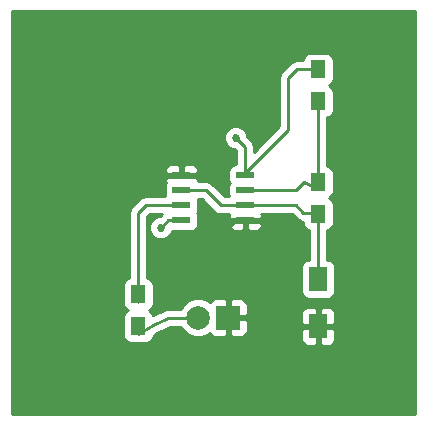
<source format=gbr>
G04 #@! TF.FileFunction,Copper,L1,Top,Signal*
%FSLAX46Y46*%
G04 Gerber Fmt 4.6, Leading zero omitted, Abs format (unit mm)*
G04 Created by KiCad (PCBNEW 4.0.6) date 2017 March 28, Tuesday 16:58:51*
%MOMM*%
%LPD*%
G01*
G04 APERTURE LIST*
%ADD10C,0.100000*%
%ADD11R,1.600000X2.000000*%
%ADD12R,2.000000X2.000000*%
%ADD13C,2.000000*%
%ADD14R,1.300000X1.500000*%
%ADD15R,1.550000X0.600000*%
%ADD16C,0.685800*%
%ADD17C,0.254000*%
G04 APERTURE END LIST*
D10*
D11*
X222250000Y-133890000D03*
X222250000Y-137890000D03*
D12*
X214630000Y-137160000D03*
D13*
X212090000Y-137160000D03*
D14*
X222250000Y-116125000D03*
X222250000Y-118825000D03*
X222250000Y-125650000D03*
X222250000Y-128350000D03*
X207010000Y-135175000D03*
X207010000Y-137875000D03*
D15*
X210660000Y-125095000D03*
X210660000Y-126365000D03*
X210660000Y-127635000D03*
X210660000Y-128905000D03*
X216060000Y-128905000D03*
X216060000Y-127635000D03*
X216060000Y-126365000D03*
X216060000Y-125095000D03*
D16*
X213360000Y-132715000D03*
X208915000Y-129540000D03*
X215265000Y-121920000D03*
D17*
X216060000Y-127635000D02*
X220345000Y-127635000D01*
X220980000Y-128270000D02*
X222170000Y-128270000D01*
X220345000Y-127635000D02*
X220980000Y-128270000D01*
X222170000Y-128270000D02*
X222250000Y-128350000D01*
X222250000Y-133890000D02*
X222250000Y-128350000D01*
X210660000Y-126365000D02*
X212725000Y-126365000D01*
X213995000Y-127635000D02*
X216060000Y-127635000D01*
X212725000Y-126365000D02*
X213995000Y-127635000D01*
X213360000Y-130810000D02*
X213360000Y-132715000D01*
X215265000Y-128905000D02*
X213995000Y-130175000D01*
X213995000Y-130175000D02*
X213360000Y-130810000D01*
X215265000Y-128905000D02*
X216060000Y-128905000D01*
X212090000Y-137160000D02*
X209550000Y-137160000D01*
X208280000Y-137795000D02*
X207010000Y-138510000D01*
X209550000Y-137160000D02*
X208280000Y-137795000D01*
X208915000Y-129540000D02*
X209550000Y-128905000D01*
X209550000Y-128905000D02*
X210660000Y-128905000D01*
X216060000Y-125095000D02*
X216060000Y-122715000D01*
X216060000Y-122715000D02*
X215265000Y-121920000D01*
X216060000Y-125095000D02*
X216060000Y-124935000D01*
X216060000Y-124935000D02*
X219710000Y-121285000D01*
X219710000Y-121285000D02*
X219710000Y-116840000D01*
X219710000Y-116840000D02*
X220425000Y-116125000D01*
X220425000Y-116125000D02*
X222250000Y-116125000D01*
X216060000Y-126365000D02*
X220345000Y-126365000D01*
X221060000Y-125650000D02*
X222250000Y-126285000D01*
X220345000Y-126365000D02*
X221060000Y-125650000D01*
X222250000Y-126285000D02*
X222250000Y-118825000D01*
X207010000Y-135810000D02*
X207010000Y-128270000D01*
X207645000Y-127635000D02*
X210660000Y-127635000D01*
X207010000Y-128270000D02*
X207645000Y-127635000D01*
G36*
X230430000Y-145340000D02*
X196290000Y-145340000D01*
X196290000Y-134425000D01*
X205712560Y-134425000D01*
X205712560Y-135925000D01*
X205756838Y-136160317D01*
X205895910Y-136376441D01*
X206108110Y-136521431D01*
X206121197Y-136524081D01*
X205908559Y-136660910D01*
X205763569Y-136873110D01*
X205712560Y-137125000D01*
X205712560Y-138625000D01*
X205756838Y-138860317D01*
X205895910Y-139076441D01*
X206108110Y-139221431D01*
X206360000Y-139272440D01*
X207660000Y-139272440D01*
X207895317Y-139228162D01*
X208111441Y-139089090D01*
X208256431Y-138876890D01*
X208300808Y-138657748D01*
X208637508Y-138468189D01*
X209729885Y-137922000D01*
X210635779Y-137922000D01*
X210703106Y-138084943D01*
X211162637Y-138545278D01*
X211763352Y-138794716D01*
X212413795Y-138795284D01*
X213014943Y-138546894D01*
X213077197Y-138484749D01*
X213091673Y-138519698D01*
X213270301Y-138698327D01*
X213503690Y-138795000D01*
X214344250Y-138795000D01*
X214503000Y-138636250D01*
X214503000Y-137287000D01*
X214757000Y-137287000D01*
X214757000Y-138636250D01*
X214915750Y-138795000D01*
X215756310Y-138795000D01*
X215989699Y-138698327D01*
X216168327Y-138519698D01*
X216265000Y-138286309D01*
X216265000Y-138175750D01*
X220815000Y-138175750D01*
X220815000Y-139016309D01*
X220911673Y-139249698D01*
X221090301Y-139428327D01*
X221323690Y-139525000D01*
X221964250Y-139525000D01*
X222123000Y-139366250D01*
X222123000Y-138017000D01*
X222377000Y-138017000D01*
X222377000Y-139366250D01*
X222535750Y-139525000D01*
X223176310Y-139525000D01*
X223409699Y-139428327D01*
X223588327Y-139249698D01*
X223685000Y-139016309D01*
X223685000Y-138175750D01*
X223526250Y-138017000D01*
X222377000Y-138017000D01*
X222123000Y-138017000D01*
X220973750Y-138017000D01*
X220815000Y-138175750D01*
X216265000Y-138175750D01*
X216265000Y-137445750D01*
X216106250Y-137287000D01*
X214757000Y-137287000D01*
X214503000Y-137287000D01*
X214483000Y-137287000D01*
X214483000Y-137033000D01*
X214503000Y-137033000D01*
X214503000Y-135683750D01*
X214757000Y-135683750D01*
X214757000Y-137033000D01*
X216106250Y-137033000D01*
X216265000Y-136874250D01*
X216265000Y-136763691D01*
X220815000Y-136763691D01*
X220815000Y-137604250D01*
X220973750Y-137763000D01*
X222123000Y-137763000D01*
X222123000Y-136413750D01*
X222377000Y-136413750D01*
X222377000Y-137763000D01*
X223526250Y-137763000D01*
X223685000Y-137604250D01*
X223685000Y-136763691D01*
X223588327Y-136530302D01*
X223409699Y-136351673D01*
X223176310Y-136255000D01*
X222535750Y-136255000D01*
X222377000Y-136413750D01*
X222123000Y-136413750D01*
X221964250Y-136255000D01*
X221323690Y-136255000D01*
X221090301Y-136351673D01*
X220911673Y-136530302D01*
X220815000Y-136763691D01*
X216265000Y-136763691D01*
X216265000Y-136033691D01*
X216168327Y-135800302D01*
X215989699Y-135621673D01*
X215756310Y-135525000D01*
X214915750Y-135525000D01*
X214757000Y-135683750D01*
X214503000Y-135683750D01*
X214344250Y-135525000D01*
X213503690Y-135525000D01*
X213270301Y-135621673D01*
X213091673Y-135800302D01*
X213077370Y-135834834D01*
X213017363Y-135774722D01*
X212416648Y-135525284D01*
X211766205Y-135524716D01*
X211165057Y-135773106D01*
X210704722Y-136232637D01*
X210636057Y-136398000D01*
X209550000Y-136398000D01*
X209523147Y-136403341D01*
X209495983Y-136399917D01*
X209378186Y-136432176D01*
X209258395Y-136456004D01*
X209235629Y-136471216D01*
X209209223Y-136478447D01*
X208273789Y-136946163D01*
X208263162Y-136889683D01*
X208124090Y-136673559D01*
X207911890Y-136528569D01*
X207898803Y-136525919D01*
X208111441Y-136389090D01*
X208256431Y-136176890D01*
X208307440Y-135925000D01*
X208307440Y-134425000D01*
X208263162Y-134189683D01*
X208124090Y-133973559D01*
X207911890Y-133828569D01*
X207772000Y-133800241D01*
X207772000Y-128585630D01*
X207960631Y-128397000D01*
X208980369Y-128397000D01*
X208815356Y-128562013D01*
X208721337Y-128561931D01*
X208361788Y-128710493D01*
X208086460Y-128985341D01*
X207937270Y-129344630D01*
X207936931Y-129733663D01*
X208085493Y-130093212D01*
X208360341Y-130368540D01*
X208719630Y-130517730D01*
X209108663Y-130518069D01*
X209468212Y-130369507D01*
X209743540Y-130094659D01*
X209847289Y-129844803D01*
X209885000Y-129852440D01*
X211435000Y-129852440D01*
X211670317Y-129808162D01*
X211886441Y-129669090D01*
X212031431Y-129456890D01*
X212082440Y-129205000D01*
X212082440Y-129190750D01*
X214650000Y-129190750D01*
X214650000Y-129331310D01*
X214746673Y-129564699D01*
X214925302Y-129743327D01*
X215158691Y-129840000D01*
X215774250Y-129840000D01*
X215933000Y-129681250D01*
X215933000Y-129032000D01*
X216187000Y-129032000D01*
X216187000Y-129681250D01*
X216345750Y-129840000D01*
X216961309Y-129840000D01*
X217194698Y-129743327D01*
X217373327Y-129564699D01*
X217470000Y-129331310D01*
X217470000Y-129190750D01*
X217311250Y-129032000D01*
X216187000Y-129032000D01*
X215933000Y-129032000D01*
X214808750Y-129032000D01*
X214650000Y-129190750D01*
X212082440Y-129190750D01*
X212082440Y-128605000D01*
X212038162Y-128369683D01*
X211974322Y-128270472D01*
X212031431Y-128186890D01*
X212082440Y-127935000D01*
X212082440Y-127335000D01*
X212043302Y-127127000D01*
X212409370Y-127127000D01*
X213456184Y-128173815D01*
X213703395Y-128338996D01*
X213995000Y-128397000D01*
X214683837Y-128397000D01*
X214650000Y-128478690D01*
X214650000Y-128619250D01*
X214808750Y-128778000D01*
X215933000Y-128778000D01*
X215933000Y-128758000D01*
X216187000Y-128758000D01*
X216187000Y-128778000D01*
X217311250Y-128778000D01*
X217470000Y-128619250D01*
X217470000Y-128478690D01*
X217436163Y-128397000D01*
X220029370Y-128397000D01*
X220441185Y-128808816D01*
X220589377Y-128907834D01*
X220688395Y-128973996D01*
X220952560Y-129026542D01*
X220952560Y-129100000D01*
X220996838Y-129335317D01*
X221135910Y-129551441D01*
X221348110Y-129696431D01*
X221488000Y-129724759D01*
X221488000Y-132242560D01*
X221450000Y-132242560D01*
X221214683Y-132286838D01*
X220998559Y-132425910D01*
X220853569Y-132638110D01*
X220802560Y-132890000D01*
X220802560Y-134890000D01*
X220846838Y-135125317D01*
X220985910Y-135341441D01*
X221198110Y-135486431D01*
X221450000Y-135537440D01*
X223050000Y-135537440D01*
X223285317Y-135493162D01*
X223501441Y-135354090D01*
X223646431Y-135141890D01*
X223697440Y-134890000D01*
X223697440Y-132890000D01*
X223653162Y-132654683D01*
X223514090Y-132438559D01*
X223301890Y-132293569D01*
X223050000Y-132242560D01*
X223012000Y-132242560D01*
X223012000Y-129726366D01*
X223135317Y-129703162D01*
X223351441Y-129564090D01*
X223496431Y-129351890D01*
X223547440Y-129100000D01*
X223547440Y-127600000D01*
X223503162Y-127364683D01*
X223364090Y-127148559D01*
X223151890Y-127003569D01*
X223138803Y-127000919D01*
X223351441Y-126864090D01*
X223496431Y-126651890D01*
X223547440Y-126400000D01*
X223547440Y-124900000D01*
X223503162Y-124664683D01*
X223364090Y-124448559D01*
X223151890Y-124303569D01*
X223012000Y-124275241D01*
X223012000Y-120201366D01*
X223135317Y-120178162D01*
X223351441Y-120039090D01*
X223496431Y-119826890D01*
X223547440Y-119575000D01*
X223547440Y-118075000D01*
X223503162Y-117839683D01*
X223364090Y-117623559D01*
X223151890Y-117478569D01*
X223138803Y-117475919D01*
X223351441Y-117339090D01*
X223496431Y-117126890D01*
X223547440Y-116875000D01*
X223547440Y-115375000D01*
X223503162Y-115139683D01*
X223364090Y-114923559D01*
X223151890Y-114778569D01*
X222900000Y-114727560D01*
X221600000Y-114727560D01*
X221364683Y-114771838D01*
X221148559Y-114910910D01*
X221003569Y-115123110D01*
X220954990Y-115363000D01*
X220425000Y-115363000D01*
X220133395Y-115421004D01*
X220034377Y-115487166D01*
X219886185Y-115586184D01*
X219171185Y-116301185D01*
X219006004Y-116548395D01*
X218948000Y-116840000D01*
X218948000Y-120969369D01*
X216822000Y-123095370D01*
X216822000Y-122715000D01*
X216763996Y-122423395D01*
X216697834Y-122324377D01*
X216598816Y-122176185D01*
X216242987Y-121820357D01*
X216243069Y-121726337D01*
X216094507Y-121366788D01*
X215819659Y-121091460D01*
X215460370Y-120942270D01*
X215071337Y-120941931D01*
X214711788Y-121090493D01*
X214436460Y-121365341D01*
X214287270Y-121724630D01*
X214286931Y-122113663D01*
X214435493Y-122473212D01*
X214710341Y-122748540D01*
X215069630Y-122897730D01*
X215165183Y-122897813D01*
X215298000Y-123030631D01*
X215298000Y-124147560D01*
X215285000Y-124147560D01*
X215049683Y-124191838D01*
X214833559Y-124330910D01*
X214688569Y-124543110D01*
X214637560Y-124795000D01*
X214637560Y-125395000D01*
X214681838Y-125630317D01*
X214745678Y-125729528D01*
X214688569Y-125813110D01*
X214637560Y-126065000D01*
X214637560Y-126665000D01*
X214676698Y-126873000D01*
X214310631Y-126873000D01*
X213263815Y-125826185D01*
X213156829Y-125754699D01*
X213016605Y-125661004D01*
X212725000Y-125603000D01*
X212036163Y-125603000D01*
X212070000Y-125521310D01*
X212070000Y-125380750D01*
X211911250Y-125222000D01*
X210787000Y-125222000D01*
X210787000Y-125242000D01*
X210533000Y-125242000D01*
X210533000Y-125222000D01*
X209408750Y-125222000D01*
X209250000Y-125380750D01*
X209250000Y-125521310D01*
X209339806Y-125738122D01*
X209288569Y-125813110D01*
X209237560Y-126065000D01*
X209237560Y-126665000D01*
X209276698Y-126873000D01*
X207645000Y-126873000D01*
X207353395Y-126931004D01*
X207314078Y-126957275D01*
X207106185Y-127096184D01*
X206471185Y-127731185D01*
X206306004Y-127978395D01*
X206248000Y-128270000D01*
X206248000Y-133798634D01*
X206124683Y-133821838D01*
X205908559Y-133960910D01*
X205763569Y-134173110D01*
X205712560Y-134425000D01*
X196290000Y-134425000D01*
X196290000Y-124668690D01*
X209250000Y-124668690D01*
X209250000Y-124809250D01*
X209408750Y-124968000D01*
X210533000Y-124968000D01*
X210533000Y-124318750D01*
X210787000Y-124318750D01*
X210787000Y-124968000D01*
X211911250Y-124968000D01*
X212070000Y-124809250D01*
X212070000Y-124668690D01*
X211973327Y-124435301D01*
X211794698Y-124256673D01*
X211561309Y-124160000D01*
X210945750Y-124160000D01*
X210787000Y-124318750D01*
X210533000Y-124318750D01*
X210374250Y-124160000D01*
X209758691Y-124160000D01*
X209525302Y-124256673D01*
X209346673Y-124435301D01*
X209250000Y-124668690D01*
X196290000Y-124668690D01*
X196290000Y-111200000D01*
X230430000Y-111200000D01*
X230430000Y-145340000D01*
X230430000Y-145340000D01*
G37*
X230430000Y-145340000D02*
X196290000Y-145340000D01*
X196290000Y-134425000D01*
X205712560Y-134425000D01*
X205712560Y-135925000D01*
X205756838Y-136160317D01*
X205895910Y-136376441D01*
X206108110Y-136521431D01*
X206121197Y-136524081D01*
X205908559Y-136660910D01*
X205763569Y-136873110D01*
X205712560Y-137125000D01*
X205712560Y-138625000D01*
X205756838Y-138860317D01*
X205895910Y-139076441D01*
X206108110Y-139221431D01*
X206360000Y-139272440D01*
X207660000Y-139272440D01*
X207895317Y-139228162D01*
X208111441Y-139089090D01*
X208256431Y-138876890D01*
X208300808Y-138657748D01*
X208637508Y-138468189D01*
X209729885Y-137922000D01*
X210635779Y-137922000D01*
X210703106Y-138084943D01*
X211162637Y-138545278D01*
X211763352Y-138794716D01*
X212413795Y-138795284D01*
X213014943Y-138546894D01*
X213077197Y-138484749D01*
X213091673Y-138519698D01*
X213270301Y-138698327D01*
X213503690Y-138795000D01*
X214344250Y-138795000D01*
X214503000Y-138636250D01*
X214503000Y-137287000D01*
X214757000Y-137287000D01*
X214757000Y-138636250D01*
X214915750Y-138795000D01*
X215756310Y-138795000D01*
X215989699Y-138698327D01*
X216168327Y-138519698D01*
X216265000Y-138286309D01*
X216265000Y-138175750D01*
X220815000Y-138175750D01*
X220815000Y-139016309D01*
X220911673Y-139249698D01*
X221090301Y-139428327D01*
X221323690Y-139525000D01*
X221964250Y-139525000D01*
X222123000Y-139366250D01*
X222123000Y-138017000D01*
X222377000Y-138017000D01*
X222377000Y-139366250D01*
X222535750Y-139525000D01*
X223176310Y-139525000D01*
X223409699Y-139428327D01*
X223588327Y-139249698D01*
X223685000Y-139016309D01*
X223685000Y-138175750D01*
X223526250Y-138017000D01*
X222377000Y-138017000D01*
X222123000Y-138017000D01*
X220973750Y-138017000D01*
X220815000Y-138175750D01*
X216265000Y-138175750D01*
X216265000Y-137445750D01*
X216106250Y-137287000D01*
X214757000Y-137287000D01*
X214503000Y-137287000D01*
X214483000Y-137287000D01*
X214483000Y-137033000D01*
X214503000Y-137033000D01*
X214503000Y-135683750D01*
X214757000Y-135683750D01*
X214757000Y-137033000D01*
X216106250Y-137033000D01*
X216265000Y-136874250D01*
X216265000Y-136763691D01*
X220815000Y-136763691D01*
X220815000Y-137604250D01*
X220973750Y-137763000D01*
X222123000Y-137763000D01*
X222123000Y-136413750D01*
X222377000Y-136413750D01*
X222377000Y-137763000D01*
X223526250Y-137763000D01*
X223685000Y-137604250D01*
X223685000Y-136763691D01*
X223588327Y-136530302D01*
X223409699Y-136351673D01*
X223176310Y-136255000D01*
X222535750Y-136255000D01*
X222377000Y-136413750D01*
X222123000Y-136413750D01*
X221964250Y-136255000D01*
X221323690Y-136255000D01*
X221090301Y-136351673D01*
X220911673Y-136530302D01*
X220815000Y-136763691D01*
X216265000Y-136763691D01*
X216265000Y-136033691D01*
X216168327Y-135800302D01*
X215989699Y-135621673D01*
X215756310Y-135525000D01*
X214915750Y-135525000D01*
X214757000Y-135683750D01*
X214503000Y-135683750D01*
X214344250Y-135525000D01*
X213503690Y-135525000D01*
X213270301Y-135621673D01*
X213091673Y-135800302D01*
X213077370Y-135834834D01*
X213017363Y-135774722D01*
X212416648Y-135525284D01*
X211766205Y-135524716D01*
X211165057Y-135773106D01*
X210704722Y-136232637D01*
X210636057Y-136398000D01*
X209550000Y-136398000D01*
X209523147Y-136403341D01*
X209495983Y-136399917D01*
X209378186Y-136432176D01*
X209258395Y-136456004D01*
X209235629Y-136471216D01*
X209209223Y-136478447D01*
X208273789Y-136946163D01*
X208263162Y-136889683D01*
X208124090Y-136673559D01*
X207911890Y-136528569D01*
X207898803Y-136525919D01*
X208111441Y-136389090D01*
X208256431Y-136176890D01*
X208307440Y-135925000D01*
X208307440Y-134425000D01*
X208263162Y-134189683D01*
X208124090Y-133973559D01*
X207911890Y-133828569D01*
X207772000Y-133800241D01*
X207772000Y-128585630D01*
X207960631Y-128397000D01*
X208980369Y-128397000D01*
X208815356Y-128562013D01*
X208721337Y-128561931D01*
X208361788Y-128710493D01*
X208086460Y-128985341D01*
X207937270Y-129344630D01*
X207936931Y-129733663D01*
X208085493Y-130093212D01*
X208360341Y-130368540D01*
X208719630Y-130517730D01*
X209108663Y-130518069D01*
X209468212Y-130369507D01*
X209743540Y-130094659D01*
X209847289Y-129844803D01*
X209885000Y-129852440D01*
X211435000Y-129852440D01*
X211670317Y-129808162D01*
X211886441Y-129669090D01*
X212031431Y-129456890D01*
X212082440Y-129205000D01*
X212082440Y-129190750D01*
X214650000Y-129190750D01*
X214650000Y-129331310D01*
X214746673Y-129564699D01*
X214925302Y-129743327D01*
X215158691Y-129840000D01*
X215774250Y-129840000D01*
X215933000Y-129681250D01*
X215933000Y-129032000D01*
X216187000Y-129032000D01*
X216187000Y-129681250D01*
X216345750Y-129840000D01*
X216961309Y-129840000D01*
X217194698Y-129743327D01*
X217373327Y-129564699D01*
X217470000Y-129331310D01*
X217470000Y-129190750D01*
X217311250Y-129032000D01*
X216187000Y-129032000D01*
X215933000Y-129032000D01*
X214808750Y-129032000D01*
X214650000Y-129190750D01*
X212082440Y-129190750D01*
X212082440Y-128605000D01*
X212038162Y-128369683D01*
X211974322Y-128270472D01*
X212031431Y-128186890D01*
X212082440Y-127935000D01*
X212082440Y-127335000D01*
X212043302Y-127127000D01*
X212409370Y-127127000D01*
X213456184Y-128173815D01*
X213703395Y-128338996D01*
X213995000Y-128397000D01*
X214683837Y-128397000D01*
X214650000Y-128478690D01*
X214650000Y-128619250D01*
X214808750Y-128778000D01*
X215933000Y-128778000D01*
X215933000Y-128758000D01*
X216187000Y-128758000D01*
X216187000Y-128778000D01*
X217311250Y-128778000D01*
X217470000Y-128619250D01*
X217470000Y-128478690D01*
X217436163Y-128397000D01*
X220029370Y-128397000D01*
X220441185Y-128808816D01*
X220589377Y-128907834D01*
X220688395Y-128973996D01*
X220952560Y-129026542D01*
X220952560Y-129100000D01*
X220996838Y-129335317D01*
X221135910Y-129551441D01*
X221348110Y-129696431D01*
X221488000Y-129724759D01*
X221488000Y-132242560D01*
X221450000Y-132242560D01*
X221214683Y-132286838D01*
X220998559Y-132425910D01*
X220853569Y-132638110D01*
X220802560Y-132890000D01*
X220802560Y-134890000D01*
X220846838Y-135125317D01*
X220985910Y-135341441D01*
X221198110Y-135486431D01*
X221450000Y-135537440D01*
X223050000Y-135537440D01*
X223285317Y-135493162D01*
X223501441Y-135354090D01*
X223646431Y-135141890D01*
X223697440Y-134890000D01*
X223697440Y-132890000D01*
X223653162Y-132654683D01*
X223514090Y-132438559D01*
X223301890Y-132293569D01*
X223050000Y-132242560D01*
X223012000Y-132242560D01*
X223012000Y-129726366D01*
X223135317Y-129703162D01*
X223351441Y-129564090D01*
X223496431Y-129351890D01*
X223547440Y-129100000D01*
X223547440Y-127600000D01*
X223503162Y-127364683D01*
X223364090Y-127148559D01*
X223151890Y-127003569D01*
X223138803Y-127000919D01*
X223351441Y-126864090D01*
X223496431Y-126651890D01*
X223547440Y-126400000D01*
X223547440Y-124900000D01*
X223503162Y-124664683D01*
X223364090Y-124448559D01*
X223151890Y-124303569D01*
X223012000Y-124275241D01*
X223012000Y-120201366D01*
X223135317Y-120178162D01*
X223351441Y-120039090D01*
X223496431Y-119826890D01*
X223547440Y-119575000D01*
X223547440Y-118075000D01*
X223503162Y-117839683D01*
X223364090Y-117623559D01*
X223151890Y-117478569D01*
X223138803Y-117475919D01*
X223351441Y-117339090D01*
X223496431Y-117126890D01*
X223547440Y-116875000D01*
X223547440Y-115375000D01*
X223503162Y-115139683D01*
X223364090Y-114923559D01*
X223151890Y-114778569D01*
X222900000Y-114727560D01*
X221600000Y-114727560D01*
X221364683Y-114771838D01*
X221148559Y-114910910D01*
X221003569Y-115123110D01*
X220954990Y-115363000D01*
X220425000Y-115363000D01*
X220133395Y-115421004D01*
X220034377Y-115487166D01*
X219886185Y-115586184D01*
X219171185Y-116301185D01*
X219006004Y-116548395D01*
X218948000Y-116840000D01*
X218948000Y-120969369D01*
X216822000Y-123095370D01*
X216822000Y-122715000D01*
X216763996Y-122423395D01*
X216697834Y-122324377D01*
X216598816Y-122176185D01*
X216242987Y-121820357D01*
X216243069Y-121726337D01*
X216094507Y-121366788D01*
X215819659Y-121091460D01*
X215460370Y-120942270D01*
X215071337Y-120941931D01*
X214711788Y-121090493D01*
X214436460Y-121365341D01*
X214287270Y-121724630D01*
X214286931Y-122113663D01*
X214435493Y-122473212D01*
X214710341Y-122748540D01*
X215069630Y-122897730D01*
X215165183Y-122897813D01*
X215298000Y-123030631D01*
X215298000Y-124147560D01*
X215285000Y-124147560D01*
X215049683Y-124191838D01*
X214833559Y-124330910D01*
X214688569Y-124543110D01*
X214637560Y-124795000D01*
X214637560Y-125395000D01*
X214681838Y-125630317D01*
X214745678Y-125729528D01*
X214688569Y-125813110D01*
X214637560Y-126065000D01*
X214637560Y-126665000D01*
X214676698Y-126873000D01*
X214310631Y-126873000D01*
X213263815Y-125826185D01*
X213156829Y-125754699D01*
X213016605Y-125661004D01*
X212725000Y-125603000D01*
X212036163Y-125603000D01*
X212070000Y-125521310D01*
X212070000Y-125380750D01*
X211911250Y-125222000D01*
X210787000Y-125222000D01*
X210787000Y-125242000D01*
X210533000Y-125242000D01*
X210533000Y-125222000D01*
X209408750Y-125222000D01*
X209250000Y-125380750D01*
X209250000Y-125521310D01*
X209339806Y-125738122D01*
X209288569Y-125813110D01*
X209237560Y-126065000D01*
X209237560Y-126665000D01*
X209276698Y-126873000D01*
X207645000Y-126873000D01*
X207353395Y-126931004D01*
X207314078Y-126957275D01*
X207106185Y-127096184D01*
X206471185Y-127731185D01*
X206306004Y-127978395D01*
X206248000Y-128270000D01*
X206248000Y-133798634D01*
X206124683Y-133821838D01*
X205908559Y-133960910D01*
X205763569Y-134173110D01*
X205712560Y-134425000D01*
X196290000Y-134425000D01*
X196290000Y-124668690D01*
X209250000Y-124668690D01*
X209250000Y-124809250D01*
X209408750Y-124968000D01*
X210533000Y-124968000D01*
X210533000Y-124318750D01*
X210787000Y-124318750D01*
X210787000Y-124968000D01*
X211911250Y-124968000D01*
X212070000Y-124809250D01*
X212070000Y-124668690D01*
X211973327Y-124435301D01*
X211794698Y-124256673D01*
X211561309Y-124160000D01*
X210945750Y-124160000D01*
X210787000Y-124318750D01*
X210533000Y-124318750D01*
X210374250Y-124160000D01*
X209758691Y-124160000D01*
X209525302Y-124256673D01*
X209346673Y-124435301D01*
X209250000Y-124668690D01*
X196290000Y-124668690D01*
X196290000Y-111200000D01*
X230430000Y-111200000D01*
X230430000Y-145340000D01*
M02*

</source>
